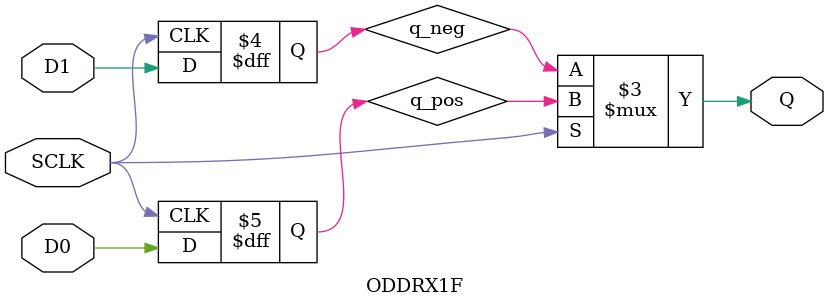
<source format=v>
module ODDRX1F (
    input D0,
    input D1,
    input SCLK, 
    output Q
);

reg q_pos, q_neg;
always @(posedge SCLK) q_pos <= D0;
always @(negedge SCLK) q_neg <= D1;
assign Q = SCLK ? q_pos : q_neg;

endmodule

</source>
